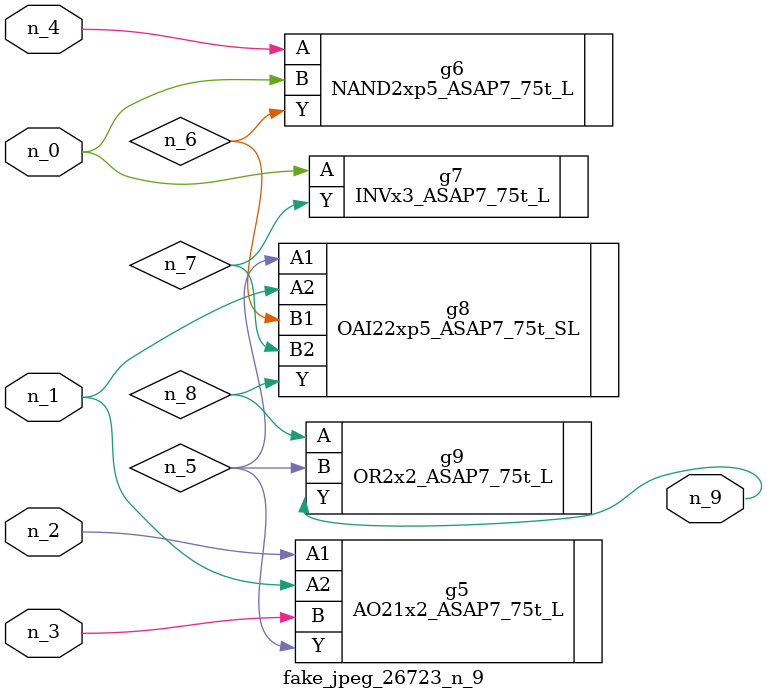
<source format=v>
module fake_jpeg_26723_n_9 (n_3, n_2, n_1, n_0, n_4, n_9);

input n_3;
input n_2;
input n_1;
input n_0;
input n_4;

output n_9;

wire n_8;
wire n_6;
wire n_5;
wire n_7;

AO21x2_ASAP7_75t_L g5 ( 
.A1(n_2),
.A2(n_1),
.B(n_3),
.Y(n_5)
);

NAND2xp5_ASAP7_75t_L g6 ( 
.A(n_4),
.B(n_0),
.Y(n_6)
);

INVx3_ASAP7_75t_L g7 ( 
.A(n_0),
.Y(n_7)
);

OAI22xp5_ASAP7_75t_SL g8 ( 
.A1(n_5),
.A2(n_1),
.B1(n_6),
.B2(n_7),
.Y(n_8)
);

OR2x2_ASAP7_75t_L g9 ( 
.A(n_8),
.B(n_5),
.Y(n_9)
);


endmodule
</source>
